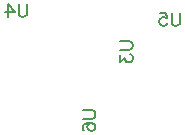
<source format=gbo>
G04 Layer: BottomSilkscreenLayer*
G04 EasyEDA v6.5.40, 2024-06-15 17:03:23*
G04 e63031535b224d068feaf967c7116de5,10*
G04 Gerber Generator version 0.2*
G04 Scale: 100 percent, Rotated: No, Reflected: No *
G04 Dimensions in millimeters *
G04 leading zeros omitted , absolute positions ,4 integer and 5 decimal *
%FSLAX45Y45*%
%MOMM*%

%ADD10C,0.1524*%

%LPD*%
D10*
X6298184Y6096000D02*
G01*
X6376161Y6096000D01*
X6391656Y6090920D01*
X6402070Y6080505D01*
X6407150Y6064757D01*
X6407150Y6054344D01*
X6402070Y6038850D01*
X6391656Y6028436D01*
X6376161Y6023355D01*
X6298184Y6023355D01*
X6298184Y5978652D02*
G01*
X6298184Y5921502D01*
X6339840Y5952489D01*
X6339840Y5936995D01*
X6344920Y5926581D01*
X6350000Y5921502D01*
X6365747Y5916168D01*
X6376161Y5916168D01*
X6391656Y5921502D01*
X6402070Y5931915D01*
X6407150Y5947410D01*
X6407150Y5962904D01*
X6402070Y5978652D01*
X6396990Y5983731D01*
X6386575Y5989065D01*
X5511800Y6414515D02*
G01*
X5511800Y6336537D01*
X5506720Y6321044D01*
X5496306Y6310629D01*
X5480558Y6305550D01*
X5470143Y6305550D01*
X5454650Y6310629D01*
X5444236Y6321044D01*
X5439156Y6336537D01*
X5439156Y6414515D01*
X5352795Y6414515D02*
G01*
X5404865Y6341871D01*
X5326888Y6341871D01*
X5352795Y6414515D02*
G01*
X5352795Y6305550D01*
X6807200Y6338315D02*
G01*
X6807200Y6260337D01*
X6802120Y6244844D01*
X6791706Y6234429D01*
X6775958Y6229350D01*
X6765543Y6229350D01*
X6750050Y6234429D01*
X6739636Y6244844D01*
X6734556Y6260337D01*
X6734556Y6338315D01*
X6637781Y6338315D02*
G01*
X6689852Y6338315D01*
X6694931Y6291579D01*
X6689852Y6296660D01*
X6674104Y6301994D01*
X6658609Y6301994D01*
X6643115Y6296660D01*
X6632702Y6286500D01*
X6627368Y6270752D01*
X6627368Y6260337D01*
X6632702Y6244844D01*
X6643115Y6234429D01*
X6658609Y6229350D01*
X6674104Y6229350D01*
X6689852Y6234429D01*
X6694931Y6239510D01*
X6700265Y6249923D01*
X5980684Y5511800D02*
G01*
X6058661Y5511800D01*
X6074156Y5506720D01*
X6084570Y5496305D01*
X6089650Y5480557D01*
X6089650Y5470144D01*
X6084570Y5454650D01*
X6074156Y5444236D01*
X6058661Y5439155D01*
X5980684Y5439155D01*
X5996177Y5342381D02*
G01*
X5985763Y5347715D01*
X5980684Y5363210D01*
X5980684Y5373623D01*
X5985763Y5389118D01*
X6001511Y5399531D01*
X6027420Y5404865D01*
X6053327Y5404865D01*
X6074156Y5399531D01*
X6084570Y5389118D01*
X6089650Y5373623D01*
X6089650Y5368289D01*
X6084570Y5352795D01*
X6074156Y5342381D01*
X6058661Y5337302D01*
X6053327Y5337302D01*
X6037834Y5342381D01*
X6027420Y5352795D01*
X6022340Y5368289D01*
X6022340Y5373623D01*
X6027420Y5389118D01*
X6037834Y5399531D01*
X6053327Y5404865D01*
M02*

</source>
